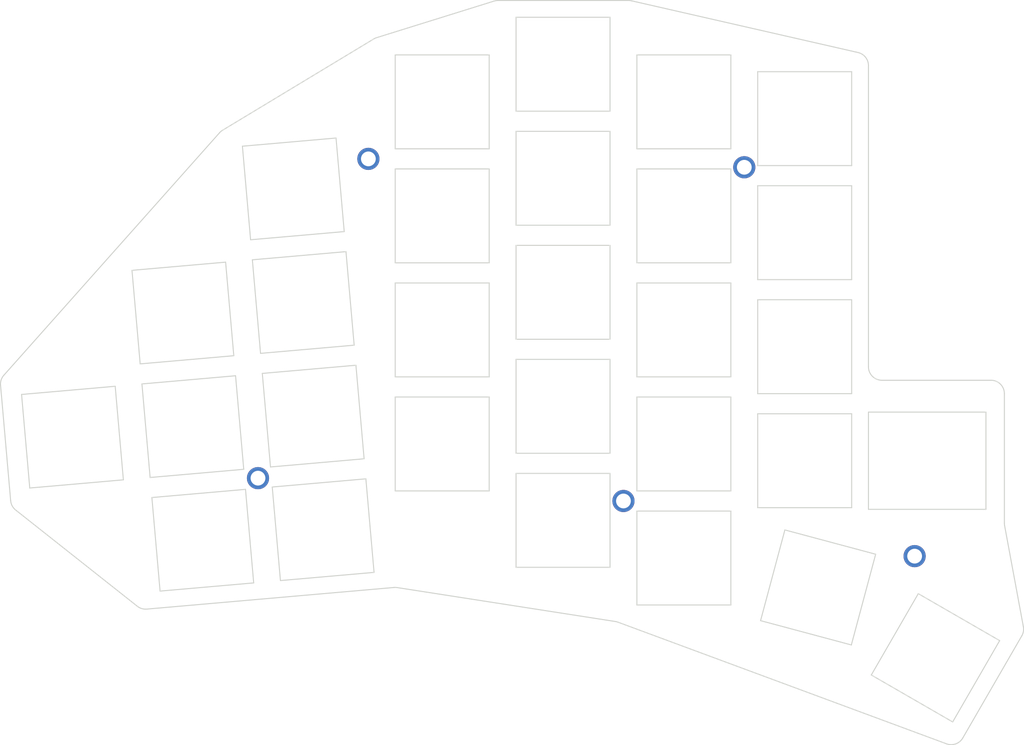
<source format=kicad_pcb>

            
(kicad_pcb (version 20171130) (host pcbnew 5.1.6)

  (page A3)
  (title_block
    (title switchplate)
    (rev v1.0.0)
    (company Unknown)
  )

  (general
    (thickness 1.6)
  )

  (layers
    (0 F.Cu signal)
    (31 B.Cu signal)
    (32 B.Adhes user)
    (33 F.Adhes user)
    (34 B.Paste user)
    (35 F.Paste user)
    (36 B.SilkS user)
    (37 F.SilkS user)
    (38 B.Mask user)
    (39 F.Mask user)
    (40 Dwgs.User user)
    (41 Cmts.User user)
    (42 Eco1.User user)
    (43 Eco2.User user)
    (44 Edge.Cuts user)
    (45 Margin user)
    (46 B.CrtYd user)
    (47 F.CrtYd user)
    (48 B.Fab user)
    (49 F.Fab user)
  )

  (setup
    (last_trace_width 0.25)
    (trace_clearance 0.2)
    (zone_clearance 0.508)
    (zone_45_only no)
    (trace_min 0.2)
    (via_size 0.8)
    (via_drill 0.4)
    (via_min_size 0.4)
    (via_min_drill 0.3)
    (uvia_size 0.3)
    (uvia_drill 0.1)
    (uvias_allowed no)
    (uvia_min_size 0.2)
    (uvia_min_drill 0.1)
    (edge_width 0.05)
    (segment_width 0.2)
    (pcb_text_width 0.3)
    (pcb_text_size 1.5 1.5)
    (mod_edge_width 0.12)
    (mod_text_size 1 1)
    (mod_text_width 0.15)
    (pad_size 1.524 1.524)
    (pad_drill 0.762)
    (pad_to_mask_clearance 0.05)
    (aux_axis_origin 0 0)
    (visible_elements FFFFFF7F)
    (pcbplotparams
      (layerselection 0x010fc_ffffffff)
      (usegerberextensions false)
      (usegerberattributes true)
      (usegerberadvancedattributes true)
      (creategerberjobfile true)
      (excludeedgelayer true)
      (linewidth 0.100000)
      (plotframeref false)
      (viasonmask false)
      (mode 1)
      (useauxorigin false)
      (hpglpennumber 1)
      (hpglpenspeed 20)
      (hpglpendiameter 15.000000)
      (psnegative false)
      (psa4output false)
      (plotreference true)
      (plotvalue true)
      (plotinvisibletext false)
      (padsonsilk false)
      (subtractmaskfromsilk false)
      (outputformat 1)
      (mirror false)
      (drillshape 1)
      (scaleselection 1)
      (outputdirectory ""))
  )

            (net 0 "")
            
  (net_class Default "This is the default net class."
    (clearance 0.2)
    (trace_width 0.25)
    (via_dia 0.8)
    (via_drill 0.4)
    (uvia_dia 0.3)
    (uvia_drill 0.1)
    (add_net "")
  )

            
    (module Hole (layer F.Cu) (tedit 5F7666C1)
      (at 104.0024766 69.7181452 0)
      (fp_text reference "_1" (at 0 0.5) (layer F.SilkS) hide
        (effects (font (size 1 1) (thickness 0.15)))
      )

      (pad "" thru_hole circle (at 0 0) (size 3.3 3.3) (drill 2.2) (layers *.Cu *.Mask) (tstamp 75b224f0-3010-4e8c-bf32-f95a770c96d9))
    )
    

    (module Hole (layer F.Cu) (tedit 5F7666C1)
      (at 160.0024765 70.9681452 0)
      (fp_text reference "_2" (at 0 0.5) (layer F.SilkS) hide
        (effects (font (size 1 1) (thickness 0.15)))
      )

      (pad "" thru_hole circle (at 0 0) (size 3.3 3.3) (drill 2.2) (layers *.Cu *.Mask) (tstamp 75b224f0-3010-4e8c-bf32-f95a770c96d9))
    )
    

    (module Hole (layer F.Cu) (tedit 5F7666C1)
      (at 87.5578817 117.3152477 5)
      (fp_text reference "_3" (at 0 0.5) (layer F.SilkS) hide
        (effects (font (size 1 1) (thickness 0.15)))
      )

      (pad "" thru_hole circle (at 0 0) (size 3.3 3.3) (drill 2.2) (layers *.Cu *.Mask) (tstamp 75b224f0-3010-4e8c-bf32-f95a770c96d9))
    )
    

    (module Hole (layer F.Cu) (tedit 5F7666C1)
      (at 142.0024766 120.7181453 0)
      (fp_text reference "_4" (at 0 0.5) (layer F.SilkS) hide
        (effects (font (size 1 1) (thickness 0.15)))
      )

      (pad "" thru_hole circle (at 0 0) (size 3.3 3.3) (drill 2.2) (layers *.Cu *.Mask) (tstamp 75b224f0-3010-4e8c-bf32-f95a770c96d9))
    )
    

    (module Hole (layer F.Cu) (tedit 5F7666C1)
      (at 185.3809789 128.9412725 22.5)
      (fp_text reference "_5" (at 0 0.5) (layer F.SilkS) hide
        (effects (font (size 1 1) (thickness 0.15)))
      )

      (pad "" thru_hole circle (at 0 0) (size 3.3 3.3) (drill 2.2) (layers *.Cu *.Mask) (tstamp 75b224f0-3010-4e8c-bf32-f95a770c96d9))
    )
    
            (gr_line (start 69.57551109421263 136.40919908643986) (end 51.4617919352737 122.07126054212605) (angle 90) (layer Edge.Cuts) (width 0.15))
(gr_line (start 50.710697336735315 120.67739233007023) (end 49.20501094410142 103.4673179508925) (angle 90) (layer Edge.Cuts) (width 0.15))
(gr_line (start 49.70265220243965 101.96419959427615) (end 81.82839327619561 65.82659954848668) (angle 90) (layer Edge.Cuts) (width 0.15))
(gr_line (start 82.28876378227513 65.44366383109192) (end 104.79482750657475 51.843624190335724) (angle 90) (layer Edge.Cuts) (width 0.15))
(gr_line (start 105.23410495083945 51.645954463587316) (end 122.71182110054527 46.198732899999996) (angle 90) (layer Edge.Cuts) (width 0.15))
(gr_line (start 123.30692130054526 46.1081453) (end 142.776931299382 46.1081453) (angle 90) (layer Edge.Cuts) (width 0.15))
(gr_line (start 143.22235708263023 46.15837717332797) (end 176.9479022832482 53.86300162979156) (angle 90) (layer Edge.Cuts) (width 0.15))
(gr_line (start 178.5024765 55.812769756463595) (end 178.5024765 100.7181453) (angle 90) (layer Edge.Cuts) (width 0.15))
(gr_line (start 180.5024765 102.7181453) (end 196.7524766 102.7181453) (angle 90) (layer Edge.Cuts) (width 0.15))
(gr_line (start 198.7524766 104.7181453) (end 198.7524766 124.03422620266917) (angle 90) (layer Edge.Cuts) (width 0.15))
(gr_line (start 198.78601921793185 124.39897999934306) (end 201.5798643491806 139.46113601074512) (angle 90) (layer Edge.Cuts) (width 0.15))
(gr_line (start 201.3454577671124 140.82588980741883) (end 192.5584778613928 156.04538538270447) (angle 90) (layer Edge.Cuts) (width 0.15))
(gr_line (start 190.13157369397126 156.92079969477498) (end 141.19106693062298 138.78801926092302) (angle 90) (layer Edge.Cuts) (width 0.15))
(gr_line (start 140.80375017839538 138.687219675358) (end 108.29432625723022 133.6281327487387) (angle 90) (layer Edge.Cuts) (width 0.15))
(gr_line (start 107.81247824127668 133.61195723769183) (end 70.99111730511625 136.83340888230688) (angle 90) (layer Edge.Cuts) (width 0.15))
(gr_arc (start 52.70308674541773 120.5030809293107) (end 50.71069734541773 120.67739232931069) (angle -46.63657618833062) (layer Edge.Cuts) (width 0.15))
(gr_arc (start 51.19740035278383 103.29300655013293) (end 49.70265215278383 101.96419955013293) (angle -46.63657592093543) (layer Edge.Cuts) (width 0.15))
(gr_arc (start 83.32314142653983 67.15540650434349) (end 82.28876382653984 65.44366380434349) (angle -17.219550572509235) (layer Edge.Cuts) (width 0.15))
(gr_arc (start 105.82920515083947 53.55536686358731) (end 105.23410495083947 51.64595446358731) (angle -13.833355255348607) (layer Edge.Cuts) (width 0.15))
(gr_arc (start 123.30692130054526 48.1081453) (end 123.30692130054526 46.1081453) (angle -17.31051580173535) (layer Edge.Cuts) (width 0.15))
(gr_arc (start 142.776931299382 48.1081453) (end 143.222357099382 46.158377099999996) (angle -12.868424520961412) (layer Edge.Cuts) (width 0.15))
(gr_arc (start 176.5024765 55.812769756463595) (end 178.5024765 55.812769756463595) (angle -77.13157547903943) (layer Edge.Cuts) (width 0.15))
(gr_arc (start 180.5024765 100.7181453) (end 178.5024765 100.7181453) (angle -90) (layer Edge.Cuts) (width 0.15))
(gr_arc (start 196.7524766 104.7181453) (end 198.7524766 104.7181453) (angle -90) (layer Edge.Cuts) (width 0.15))
(gr_arc (start 200.7524766 124.03422620266917) (end 198.7524766 124.03422620266917) (angle -10.508238166377566) (layer Edge.Cuts) (width 0.15))
(gr_arc (start 199.6134069671124 139.8258898074189) (end 201.3454577671124 140.8258898074189) (angle -40.50823827478888) (layer Edge.Cuts) (width 0.15))
(gr_arc (start 190.8264270613928 155.04538538270447) (end 190.1315736613928 156.92079968270446) (angle -80.32999991007168) (layer Edge.Cuts) (width 0.15))
(gr_arc (start 140.49621356320142 140.66343357299354) (end 141.19106696320142 138.78801927299355) (angle -11.48463104873835) (layer Edge.Cuts) (width 0.15))
(gr_arc (start 107.98678964203629 135.6043466463742) (end 108.29432624203629 133.6281327463742) (angle -13.845366520280507) (layer Edge.Cuts) (width 0.15))
(gr_arc (start 70.81680590435664 134.84101947362447) (end 69.57551110435664 136.40919907362448) (angle -43.3634238116706) (layer Edge.Cuts) (width 0.15))
(gr_line (start 53.556528400000005 118.7842509) (end 67.5032542 117.5640705) (angle 90) (layer Edge.Cuts) (width 0.15))
(gr_line (start 67.5032542 117.5640705) (end 66.2830738 103.6173447) (angle 90) (layer Edge.Cuts) (width 0.15))
(gr_line (start 66.2830738 103.6173447) (end 52.336348 104.83752510000001) (angle 90) (layer Edge.Cuts) (width 0.15))
(gr_line (start 52.336348 104.83752510000001) (end 53.556528400000005 118.7842509) (angle 90) (layer Edge.Cuts) (width 0.15))
(gr_line (start 72.9696806 134.15075739999997) (end 86.9164064 132.930577) (angle 90) (layer Edge.Cuts) (width 0.15))
(gr_line (start 86.9164064 132.930577) (end 85.696226 118.98385119999999) (angle 90) (layer Edge.Cuts) (width 0.15))
(gr_line (start 85.696226 118.98385119999999) (end 71.7495002 120.2040316) (angle 90) (layer Edge.Cuts) (width 0.15))
(gr_line (start 71.7495002 120.2040316) (end 72.9696806 134.15075739999997) (angle 90) (layer Edge.Cuts) (width 0.15))
(gr_line (start 71.48803290000001 117.2154476) (end 85.4347587 115.9952672) (angle 90) (layer Edge.Cuts) (width 0.15))
(gr_line (start 85.4347587 115.9952672) (end 84.2145783 102.0485414) (angle 90) (layer Edge.Cuts) (width 0.15))
(gr_line (start 84.2145783 102.0485414) (end 70.2678525 103.26872180000001) (angle 90) (layer Edge.Cuts) (width 0.15))
(gr_line (start 70.2678525 103.26872180000001) (end 71.48803290000001 117.2154476) (angle 90) (layer Edge.Cuts) (width 0.15))
(gr_line (start 70.0063853 100.2801377) (end 83.9531111 99.0599573) (angle 90) (layer Edge.Cuts) (width 0.15))
(gr_line (start 83.9531111 99.0599573) (end 82.7329307 85.1132315) (angle 90) (layer Edge.Cuts) (width 0.15))
(gr_line (start 82.7329307 85.1132315) (end 68.7862049 86.3334119) (angle 90) (layer Edge.Cuts) (width 0.15))
(gr_line (start 68.7862049 86.3334119) (end 70.0063853 100.2801377) (angle 90) (layer Edge.Cuts) (width 0.15))
(gr_line (start 90.9011851 132.58195410000002) (end 104.8479109 131.36177370000001) (angle 90) (layer Edge.Cuts) (width 0.15))
(gr_line (start 104.8479109 131.36177370000001) (end 103.6277305 117.4150479) (angle 90) (layer Edge.Cuts) (width 0.15))
(gr_line (start 103.6277305 117.4150479) (end 89.6810047 118.63522830000001) (angle 90) (layer Edge.Cuts) (width 0.15))
(gr_line (start 89.6810047 118.63522830000001) (end 90.9011851 132.58195410000002) (angle 90) (layer Edge.Cuts) (width 0.15))
(gr_line (start 89.4195375 115.6466442) (end 103.3662633 114.4264638) (angle 90) (layer Edge.Cuts) (width 0.15))
(gr_line (start 103.3662633 114.4264638) (end 102.1460829 100.479738) (angle 90) (layer Edge.Cuts) (width 0.15))
(gr_line (start 102.1460829 100.479738) (end 88.1993571 101.6999184) (angle 90) (layer Edge.Cuts) (width 0.15))
(gr_line (start 88.1993571 101.6999184) (end 89.4195375 115.6466442) (angle 90) (layer Edge.Cuts) (width 0.15))
(gr_line (start 87.9378899 98.7113343) (end 101.8846157 97.4911539) (angle 90) (layer Edge.Cuts) (width 0.15))
(gr_line (start 101.8846157 97.4911539) (end 100.6644353 83.5444281) (angle 90) (layer Edge.Cuts) (width 0.15))
(gr_line (start 100.6644353 83.5444281) (end 86.7177095 84.76460850000001) (angle 90) (layer Edge.Cuts) (width 0.15))
(gr_line (start 86.7177095 84.76460850000001) (end 87.9378899 98.7113343) (angle 90) (layer Edge.Cuts) (width 0.15))
(gr_line (start 86.4562422 81.7760245) (end 100.402968 80.5558441) (angle 90) (layer Edge.Cuts) (width 0.15))
(gr_line (start 100.402968 80.5558441) (end 99.1827876 66.6091183) (angle 90) (layer Edge.Cuts) (width 0.15))
(gr_line (start 99.1827876 66.6091183) (end 85.2360618 67.82929870000001) (angle 90) (layer Edge.Cuts) (width 0.15))
(gr_line (start 85.2360618 67.82929870000001) (end 86.4562422 81.7760245) (angle 90) (layer Edge.Cuts) (width 0.15))
(gr_line (start 108.0024767 119.2181454) (end 122.0024767 119.2181454) (angle 90) (layer Edge.Cuts) (width 0.15))
(gr_line (start 122.0024767 119.2181454) (end 122.0024767 105.2181454) (angle 90) (layer Edge.Cuts) (width 0.15))
(gr_line (start 122.0024767 105.2181454) (end 108.0024767 105.2181454) (angle 90) (layer Edge.Cuts) (width 0.15))
(gr_line (start 108.0024767 105.2181454) (end 108.0024767 119.2181454) (angle 90) (layer Edge.Cuts) (width 0.15))
(gr_line (start 108.0024766 102.2181453) (end 122.0024766 102.2181453) (angle 90) (layer Edge.Cuts) (width 0.15))
(gr_line (start 122.0024766 102.2181453) (end 122.0024766 88.2181453) (angle 90) (layer Edge.Cuts) (width 0.15))
(gr_line (start 122.0024766 88.2181453) (end 108.0024766 88.2181453) (angle 90) (layer Edge.Cuts) (width 0.15))
(gr_line (start 108.0024766 88.2181453) (end 108.0024766 102.2181453) (angle 90) (layer Edge.Cuts) (width 0.15))
(gr_line (start 108.0024766 85.2181453) (end 122.0024766 85.2181453) (angle 90) (layer Edge.Cuts) (width 0.15))
(gr_line (start 122.0024766 85.2181453) (end 122.0024766 71.2181453) (angle 90) (layer Edge.Cuts) (width 0.15))
(gr_line (start 122.0024766 71.2181453) (end 108.0024766 71.2181453) (angle 90) (layer Edge.Cuts) (width 0.15))
(gr_line (start 108.0024766 71.2181453) (end 108.0024766 85.2181453) (angle 90) (layer Edge.Cuts) (width 0.15))
(gr_line (start 108.0024766 68.2181453) (end 122.0024766 68.2181453) (angle 90) (layer Edge.Cuts) (width 0.15))
(gr_line (start 122.0024766 68.2181453) (end 122.0024766 54.2181453) (angle 90) (layer Edge.Cuts) (width 0.15))
(gr_line (start 122.0024766 54.2181453) (end 108.0024766 54.2181453) (angle 90) (layer Edge.Cuts) (width 0.15))
(gr_line (start 108.0024766 54.2181453) (end 108.0024766 68.2181453) (angle 90) (layer Edge.Cuts) (width 0.15))
(gr_line (start 126.0024766 130.6081454) (end 140.0024766 130.6081454) (angle 90) (layer Edge.Cuts) (width 0.15))
(gr_line (start 140.0024766 130.6081454) (end 140.0024766 116.60814540000001) (angle 90) (layer Edge.Cuts) (width 0.15))
(gr_line (start 140.0024766 116.60814540000001) (end 126.0024766 116.60814540000001) (angle 90) (layer Edge.Cuts) (width 0.15))
(gr_line (start 126.0024766 116.60814540000001) (end 126.0024766 130.6081454) (angle 90) (layer Edge.Cuts) (width 0.15))
(gr_line (start 126.0024766 113.6081453) (end 140.0024766 113.6081453) (angle 90) (layer Edge.Cuts) (width 0.15))
(gr_line (start 140.0024766 113.6081453) (end 140.0024766 99.6081453) (angle 90) (layer Edge.Cuts) (width 0.15))
(gr_line (start 140.0024766 99.6081453) (end 126.0024766 99.6081453) (angle 90) (layer Edge.Cuts) (width 0.15))
(gr_line (start 126.0024766 99.6081453) (end 126.0024766 113.6081453) (angle 90) (layer Edge.Cuts) (width 0.15))
(gr_line (start 126.0024765 96.6081453) (end 140.0024765 96.6081453) (angle 90) (layer Edge.Cuts) (width 0.15))
(gr_line (start 140.0024765 96.6081453) (end 140.0024765 82.6081453) (angle 90) (layer Edge.Cuts) (width 0.15))
(gr_line (start 140.0024765 82.6081453) (end 126.0024765 82.6081453) (angle 90) (layer Edge.Cuts) (width 0.15))
(gr_line (start 126.0024765 82.6081453) (end 126.0024765 96.6081453) (angle 90) (layer Edge.Cuts) (width 0.15))
(gr_line (start 126.0024765 79.6081453) (end 140.0024765 79.6081453) (angle 90) (layer Edge.Cuts) (width 0.15))
(gr_line (start 140.0024765 79.6081453) (end 140.0024765 65.6081453) (angle 90) (layer Edge.Cuts) (width 0.15))
(gr_line (start 140.0024765 65.6081453) (end 126.0024765 65.6081453) (angle 90) (layer Edge.Cuts) (width 0.15))
(gr_line (start 126.0024765 65.6081453) (end 126.0024765 79.6081453) (angle 90) (layer Edge.Cuts) (width 0.15))
(gr_line (start 126.0024765 62.6081453) (end 140.0024765 62.6081453) (angle 90) (layer Edge.Cuts) (width 0.15))
(gr_line (start 140.0024765 62.6081453) (end 140.0024765 48.6081453) (angle 90) (layer Edge.Cuts) (width 0.15))
(gr_line (start 140.0024765 48.6081453) (end 126.0024765 48.6081453) (angle 90) (layer Edge.Cuts) (width 0.15))
(gr_line (start 126.0024765 48.6081453) (end 126.0024765 62.6081453) (angle 90) (layer Edge.Cuts) (width 0.15))
(gr_line (start 144.0024766 136.2181453) (end 158.0024766 136.2181453) (angle 90) (layer Edge.Cuts) (width 0.15))
(gr_line (start 158.0024766 136.2181453) (end 158.0024766 122.2181453) (angle 90) (layer Edge.Cuts) (width 0.15))
(gr_line (start 158.0024766 122.2181453) (end 144.0024766 122.2181453) (angle 90) (layer Edge.Cuts) (width 0.15))
(gr_line (start 144.0024766 122.2181453) (end 144.0024766 136.2181453) (angle 90) (layer Edge.Cuts) (width 0.15))
(gr_line (start 144.0024766 119.2181453) (end 158.0024766 119.2181453) (angle 90) (layer Edge.Cuts) (width 0.15))
(gr_line (start 158.0024766 119.2181453) (end 158.0024766 105.2181453) (angle 90) (layer Edge.Cuts) (width 0.15))
(gr_line (start 158.0024766 105.2181453) (end 144.0024766 105.2181453) (angle 90) (layer Edge.Cuts) (width 0.15))
(gr_line (start 144.0024766 105.2181453) (end 144.0024766 119.2181453) (angle 90) (layer Edge.Cuts) (width 0.15))
(gr_line (start 144.0024766 102.2181453) (end 158.0024766 102.2181453) (angle 90) (layer Edge.Cuts) (width 0.15))
(gr_line (start 158.0024766 102.2181453) (end 158.0024766 88.2181453) (angle 90) (layer Edge.Cuts) (width 0.15))
(gr_line (start 158.0024766 88.2181453) (end 144.0024766 88.2181453) (angle 90) (layer Edge.Cuts) (width 0.15))
(gr_line (start 144.0024766 88.2181453) (end 144.0024766 102.2181453) (angle 90) (layer Edge.Cuts) (width 0.15))
(gr_line (start 144.0024766 85.2181453) (end 158.0024766 85.2181453) (angle 90) (layer Edge.Cuts) (width 0.15))
(gr_line (start 158.0024766 85.2181453) (end 158.0024766 71.2181453) (angle 90) (layer Edge.Cuts) (width 0.15))
(gr_line (start 158.0024766 71.2181453) (end 144.0024766 71.2181453) (angle 90) (layer Edge.Cuts) (width 0.15))
(gr_line (start 144.0024766 71.2181453) (end 144.0024766 85.2181453) (angle 90) (layer Edge.Cuts) (width 0.15))
(gr_line (start 144.0024765 68.21814520000001) (end 158.0024765 68.21814520000001) (angle 90) (layer Edge.Cuts) (width 0.15))
(gr_line (start 158.0024765 68.21814520000001) (end 158.0024765 54.21814520000001) (angle 90) (layer Edge.Cuts) (width 0.15))
(gr_line (start 158.0024765 54.21814520000001) (end 144.0024765 54.21814520000001) (angle 90) (layer Edge.Cuts) (width 0.15))
(gr_line (start 144.0024765 54.21814520000001) (end 144.0024765 68.21814520000001) (angle 90) (layer Edge.Cuts) (width 0.15))
(gr_line (start 162.0024766 121.7181453) (end 176.0024766 121.7181453) (angle 90) (layer Edge.Cuts) (width 0.15))
(gr_line (start 176.0024766 121.7181453) (end 176.0024766 107.7181453) (angle 90) (layer Edge.Cuts) (width 0.15))
(gr_line (start 176.0024766 107.7181453) (end 162.0024766 107.7181453) (angle 90) (layer Edge.Cuts) (width 0.15))
(gr_line (start 162.0024766 107.7181453) (end 162.0024766 121.7181453) (angle 90) (layer Edge.Cuts) (width 0.15))
(gr_line (start 162.0024766 104.7181453) (end 176.0024766 104.7181453) (angle 90) (layer Edge.Cuts) (width 0.15))
(gr_line (start 176.0024766 104.7181453) (end 176.0024766 90.7181453) (angle 90) (layer Edge.Cuts) (width 0.15))
(gr_line (start 176.0024766 90.7181453) (end 162.0024766 90.7181453) (angle 90) (layer Edge.Cuts) (width 0.15))
(gr_line (start 162.0024766 90.7181453) (end 162.0024766 104.7181453) (angle 90) (layer Edge.Cuts) (width 0.15))
(gr_line (start 162.0024765 87.7181452) (end 176.0024765 87.7181452) (angle 90) (layer Edge.Cuts) (width 0.15))
(gr_line (start 176.0024765 87.7181452) (end 176.0024765 73.7181452) (angle 90) (layer Edge.Cuts) (width 0.15))
(gr_line (start 176.0024765 73.7181452) (end 162.0024765 73.7181452) (angle 90) (layer Edge.Cuts) (width 0.15))
(gr_line (start 162.0024765 73.7181452) (end 162.0024765 87.7181452) (angle 90) (layer Edge.Cuts) (width 0.15))
(gr_line (start 162.0024765 70.71814520000001) (end 176.0024765 70.71814520000001) (angle 90) (layer Edge.Cuts) (width 0.15))
(gr_line (start 176.0024765 70.71814520000001) (end 176.0024765 56.71814520000001) (angle 90) (layer Edge.Cuts) (width 0.15))
(gr_line (start 176.0024765 56.71814520000001) (end 162.0024765 56.71814520000001) (angle 90) (layer Edge.Cuts) (width 0.15))
(gr_line (start 162.0024765 56.71814520000001) (end 162.0024765 70.71814520000001) (angle 90) (layer Edge.Cuts) (width 0.15))
(gr_line (start 162.4292624 138.5578928) (end 175.952224 142.1813594) (angle 90) (layer Edge.Cuts) (width 0.15))
(gr_line (start 175.952224 142.1813594) (end 179.5756906 128.6583978) (angle 90) (layer Edge.Cuts) (width 0.15))
(gr_line (start 179.5756906 128.6583978) (end 166.052729 125.03493119999999) (angle 90) (layer Edge.Cuts) (width 0.15))
(gr_line (start 166.052729 125.03493119999999) (end 162.4292624 138.5578928) (angle 90) (layer Edge.Cuts) (width 0.15))
(gr_line (start 191.0493954 153.6591929) (end 198.0493954 141.5348373) (angle 90) (layer Edge.Cuts) (width 0.15))
(gr_line (start 198.0493954 141.5348373) (end 185.9250398 134.5348373) (angle 90) (layer Edge.Cuts) (width 0.15))
(gr_line (start 185.9250398 134.5348373) (end 178.9250398 146.6591929) (angle 90) (layer Edge.Cuts) (width 0.15))
(gr_line (start 178.9250398 146.6591929) (end 191.0493954 153.6591929) (angle 90) (layer Edge.Cuts) (width 0.15))
(gr_line (start 178.5024766 121.9681453) (end 196.0024766 121.9681453) (angle 90) (layer Edge.Cuts) (width 0.15))
(gr_line (start 196.0024766 121.9681453) (end 196.0024766 107.4681453) (angle 90) (layer Edge.Cuts) (width 0.15))
(gr_line (start 196.0024766 107.4681453) (end 178.5024766 107.4681453) (angle 90) (layer Edge.Cuts) (width 0.15))
(gr_line (start 178.5024766 107.4681453) (end 178.5024766 121.9681453) (angle 90) (layer Edge.Cuts) (width 0.15))
            
)

        
</source>
